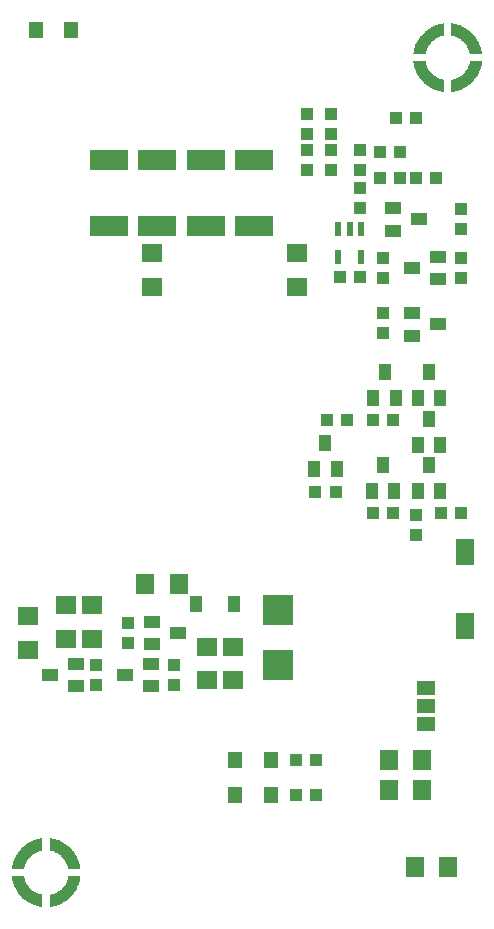
<source format=gbr>
G04 EAGLE Gerber RS-274X export*
G75*
%MOMM*%
%FSLAX34Y34*%
%LPD*%
%INSolderpaste Bottom*%
%IPPOS*%
%AMOC8*
5,1,8,0,0,1.08239X$1,22.5*%
G01*
%ADD10R,1.600000X1.800000*%
%ADD11R,1.100000X1.000000*%
%ADD12R,0.568000X1.258800*%
%ADD13R,1.400000X1.000000*%
%ADD14R,3.200000X1.800000*%
%ADD15R,1.803000X1.600000*%
%ADD16R,1.600000X1.803000*%
%ADD17R,1.000000X1.400000*%
%ADD18R,1.000000X1.100000*%
%ADD19R,1.200000X1.400000*%
%ADD20R,1.600000X2.300000*%
%ADD21R,2.540000X2.540000*%
%ADD22R,1.114600X1.361200*%
%ADD23R,1.600200X1.168400*%

G36*
X383508Y700951D02*
X383508Y700951D01*
X384207Y701051D01*
X384208Y701052D01*
X384208Y701051D01*
X385108Y701201D01*
X385109Y701202D01*
X385909Y701352D01*
X385910Y701352D01*
X386660Y701502D01*
X386661Y701503D01*
X386662Y701502D01*
X387662Y701752D01*
X387663Y701753D01*
X387664Y701753D01*
X388514Y702003D01*
X388515Y702004D01*
X388516Y702003D01*
X389416Y702303D01*
X389416Y702304D01*
X389417Y702304D01*
X390117Y702554D01*
X390917Y702854D01*
X390918Y702855D01*
X390919Y702854D01*
X391769Y703204D01*
X391770Y703206D01*
X391771Y703205D01*
X392521Y703555D01*
X392521Y703556D01*
X392522Y703556D01*
X393722Y704156D01*
X393723Y704158D01*
X393724Y704157D01*
X395124Y704957D01*
X395125Y704959D01*
X395127Y704959D01*
X395827Y705409D01*
X396226Y705658D01*
X396227Y705660D01*
X396228Y705660D01*
X396878Y706110D01*
X397378Y706460D01*
X397379Y706462D01*
X397380Y706461D01*
X397830Y706811D01*
X398480Y707311D01*
X398481Y707313D01*
X398482Y707312D01*
X399132Y707862D01*
X399132Y707863D01*
X399532Y708213D01*
X399533Y708214D01*
X400183Y708814D01*
X400184Y708815D01*
X400185Y708815D01*
X401285Y709915D01*
X401285Y709917D01*
X401287Y709917D01*
X402087Y710817D01*
X402087Y710818D01*
X402088Y710818D01*
X402638Y711468D01*
X402638Y711469D01*
X403038Y711969D01*
X403039Y711970D01*
X403489Y712570D01*
X403489Y712571D01*
X403490Y712571D01*
X403990Y713271D01*
X403990Y713272D01*
X403991Y713272D01*
X404441Y713922D01*
X404440Y713924D01*
X404442Y713924D01*
X404942Y714724D01*
X405292Y715274D01*
X405291Y715277D01*
X405294Y715277D01*
X405743Y716126D01*
X406143Y716826D01*
X406142Y716829D01*
X406145Y716829D01*
X406545Y717679D01*
X406544Y717680D01*
X406545Y717681D01*
X407295Y719431D01*
X407295Y719433D01*
X407297Y719434D01*
X407647Y720434D01*
X407646Y720434D01*
X407647Y720434D01*
X407897Y721184D01*
X407897Y721185D01*
X408147Y721985D01*
X408146Y721987D01*
X408148Y721988D01*
X408448Y723188D01*
X408448Y723189D01*
X408648Y724039D01*
X408647Y724040D01*
X408648Y724041D01*
X408798Y724841D01*
X408799Y724841D01*
X408949Y725691D01*
X408948Y725693D01*
X408949Y725694D01*
X409049Y726494D01*
X409047Y726497D01*
X409047Y726498D01*
X409049Y726500D01*
X409049Y726750D01*
X409013Y726797D01*
X409006Y726792D01*
X409000Y726799D01*
X398700Y726799D01*
X398653Y726763D01*
X398658Y726756D01*
X398651Y726750D01*
X398651Y726653D01*
X398602Y726309D01*
X398452Y725661D01*
X398153Y724514D01*
X397904Y723767D01*
X397554Y722868D01*
X397355Y722370D01*
X396906Y721423D01*
X396507Y720674D01*
X395809Y719527D01*
X395360Y718879D01*
X395012Y718431D01*
X394412Y717682D01*
X393914Y717133D01*
X393913Y717133D01*
X393515Y716685D01*
X393118Y716337D01*
X393117Y716336D01*
X393116Y716336D01*
X392318Y715587D01*
X391769Y715139D01*
X391320Y714789D01*
X390772Y714391D01*
X390224Y714042D01*
X389575Y713642D01*
X388877Y713244D01*
X388079Y712845D01*
X387280Y712495D01*
X386433Y712146D01*
X385686Y711897D01*
X384937Y711698D01*
X384139Y711498D01*
X383395Y711349D01*
X383250Y711349D01*
X383203Y711313D01*
X383206Y711309D01*
X383203Y711306D01*
X383205Y711303D01*
X383201Y711300D01*
X383201Y700950D01*
X383237Y700903D01*
X383249Y700912D01*
X383260Y700902D01*
X383508Y700951D01*
G37*
G36*
X376797Y700987D02*
X376797Y700987D01*
X376792Y700994D01*
X376799Y701000D01*
X376799Y711300D01*
X376763Y711347D01*
X376756Y711342D01*
X376750Y711349D01*
X376653Y711349D01*
X376309Y711398D01*
X375662Y711548D01*
X374514Y711847D01*
X373767Y712096D01*
X372868Y712446D01*
X372370Y712645D01*
X371423Y713094D01*
X370674Y713493D01*
X369527Y714191D01*
X368879Y714640D01*
X368431Y714988D01*
X367682Y715588D01*
X367133Y716086D01*
X367133Y716087D01*
X366685Y716485D01*
X366337Y716882D01*
X366336Y716883D01*
X366336Y716884D01*
X365587Y717683D01*
X365139Y718231D01*
X364789Y718680D01*
X364391Y719228D01*
X364042Y719776D01*
X363642Y720425D01*
X363244Y721123D01*
X362845Y721921D01*
X362495Y722720D01*
X362146Y723567D01*
X361897Y724314D01*
X361698Y725062D01*
X361498Y725861D01*
X361349Y726605D01*
X361349Y726750D01*
X361313Y726797D01*
X361306Y726792D01*
X361300Y726799D01*
X350950Y726799D01*
X350903Y726763D01*
X350912Y726751D01*
X350902Y726740D01*
X350951Y726492D01*
X351051Y725793D01*
X351052Y725792D01*
X351051Y725792D01*
X351201Y724892D01*
X351202Y724891D01*
X351352Y724091D01*
X351352Y724090D01*
X351502Y723340D01*
X351503Y723339D01*
X351502Y723338D01*
X351752Y722338D01*
X351753Y722337D01*
X351753Y722336D01*
X352003Y721486D01*
X352004Y721485D01*
X352003Y721484D01*
X352303Y720584D01*
X352304Y720584D01*
X352304Y720583D01*
X352554Y719883D01*
X352854Y719083D01*
X352855Y719082D01*
X352854Y719081D01*
X353204Y718231D01*
X353206Y718230D01*
X353205Y718229D01*
X353555Y717479D01*
X353556Y717479D01*
X353556Y717478D01*
X354156Y716278D01*
X354158Y716277D01*
X354157Y716276D01*
X354957Y714876D01*
X354959Y714875D01*
X354959Y714873D01*
X355409Y714173D01*
X355658Y713774D01*
X355660Y713773D01*
X355660Y713772D01*
X356110Y713122D01*
X356460Y712622D01*
X356462Y712621D01*
X356461Y712620D01*
X356811Y712170D01*
X357311Y711520D01*
X357313Y711520D01*
X357312Y711518D01*
X357862Y710868D01*
X357863Y710868D01*
X358213Y710468D01*
X358214Y710467D01*
X358814Y709817D01*
X358815Y709816D01*
X358815Y709815D01*
X359915Y708715D01*
X359917Y708715D01*
X359917Y708713D01*
X360817Y707913D01*
X360818Y707913D01*
X360818Y707912D01*
X361468Y707362D01*
X361469Y707362D01*
X361969Y706962D01*
X361970Y706962D01*
X361970Y706961D01*
X362570Y706511D01*
X362571Y706511D01*
X362571Y706510D01*
X363271Y706010D01*
X363272Y706010D01*
X363922Y705560D01*
X363924Y705560D01*
X363924Y705558D01*
X364724Y705058D01*
X365274Y704708D01*
X365277Y704709D01*
X365277Y704706D01*
X366126Y704257D01*
X366826Y703857D01*
X366829Y703858D01*
X366829Y703855D01*
X367679Y703455D01*
X367680Y703456D01*
X367681Y703455D01*
X369431Y702705D01*
X369433Y702705D01*
X369434Y702704D01*
X370434Y702354D01*
X370434Y702353D01*
X371184Y702103D01*
X371185Y702104D01*
X371185Y702103D01*
X371985Y701853D01*
X371987Y701854D01*
X371988Y701852D01*
X373188Y701552D01*
X373189Y701552D01*
X374039Y701352D01*
X374040Y701353D01*
X374041Y701352D01*
X374841Y701202D01*
X375691Y701052D01*
X375693Y701052D01*
X375694Y701051D01*
X376494Y700951D01*
X376498Y700953D01*
X376500Y700951D01*
X376750Y700951D01*
X376797Y700987D01*
G37*
G36*
X21347Y43237D02*
X21347Y43237D01*
X21342Y43244D01*
X21349Y43250D01*
X21349Y43347D01*
X21398Y43691D01*
X21548Y44338D01*
X21847Y45486D01*
X22096Y46233D01*
X22446Y47132D01*
X22645Y47630D01*
X23094Y48577D01*
X23493Y49326D01*
X24191Y50473D01*
X24640Y51121D01*
X24988Y51569D01*
X25588Y52318D01*
X26086Y52867D01*
X26087Y52867D01*
X26485Y53315D01*
X26882Y53663D01*
X26883Y53664D01*
X26884Y53664D01*
X27683Y54413D01*
X28231Y54861D01*
X28680Y55211D01*
X29228Y55609D01*
X29776Y55958D01*
X30425Y56358D01*
X31123Y56756D01*
X31921Y57155D01*
X32720Y57505D01*
X33567Y57854D01*
X34314Y58103D01*
X35063Y58302D01*
X35861Y58502D01*
X36605Y58651D01*
X36750Y58651D01*
X36797Y58687D01*
X36792Y58694D01*
X36799Y58700D01*
X36799Y69050D01*
X36763Y69097D01*
X36751Y69088D01*
X36740Y69098D01*
X36492Y69049D01*
X35793Y68949D01*
X35792Y68948D01*
X35792Y68949D01*
X34892Y68799D01*
X34891Y68798D01*
X34091Y68648D01*
X34090Y68648D01*
X33340Y68498D01*
X33339Y68497D01*
X33338Y68498D01*
X32338Y68248D01*
X32337Y68247D01*
X32336Y68247D01*
X31486Y67997D01*
X31485Y67996D01*
X31484Y67997D01*
X30584Y67697D01*
X30584Y67696D01*
X30583Y67696D01*
X29883Y67446D01*
X29083Y67146D01*
X29082Y67145D01*
X29081Y67146D01*
X28231Y66796D01*
X28230Y66794D01*
X28229Y66795D01*
X27479Y66445D01*
X27479Y66444D01*
X27478Y66444D01*
X26278Y65844D01*
X26277Y65842D01*
X26276Y65843D01*
X24876Y65043D01*
X24875Y65041D01*
X24873Y65041D01*
X24173Y64591D01*
X23774Y64342D01*
X23773Y64340D01*
X23772Y64341D01*
X23122Y63891D01*
X23122Y63890D01*
X22622Y63540D01*
X22621Y63539D01*
X22620Y63539D01*
X22170Y63189D01*
X21520Y62689D01*
X21520Y62687D01*
X21518Y62688D01*
X20868Y62138D01*
X20868Y62137D01*
X20468Y61787D01*
X20467Y61786D01*
X19817Y61186D01*
X19816Y61185D01*
X19815Y61185D01*
X18715Y60085D01*
X18715Y60083D01*
X18713Y60083D01*
X17913Y59183D01*
X17913Y59182D01*
X17912Y59182D01*
X17362Y58532D01*
X17362Y58531D01*
X16962Y58031D01*
X16962Y58030D01*
X16961Y58030D01*
X16511Y57430D01*
X16511Y57429D01*
X16510Y57429D01*
X16010Y56729D01*
X16010Y56728D01*
X15560Y56078D01*
X15560Y56076D01*
X15558Y56076D01*
X15058Y55276D01*
X14708Y54726D01*
X14709Y54723D01*
X14706Y54723D01*
X14257Y53874D01*
X13857Y53174D01*
X13858Y53171D01*
X13855Y53171D01*
X13455Y52321D01*
X13456Y52320D01*
X13455Y52319D01*
X12705Y50569D01*
X12705Y50567D01*
X12704Y50566D01*
X12354Y49566D01*
X12353Y49566D01*
X12103Y48816D01*
X12104Y48815D01*
X12103Y48815D01*
X11853Y48015D01*
X11854Y48013D01*
X11852Y48012D01*
X11552Y46812D01*
X11552Y46811D01*
X11352Y45961D01*
X11353Y45960D01*
X11352Y45959D01*
X11202Y45159D01*
X11052Y44309D01*
X11052Y44307D01*
X11051Y44306D01*
X10951Y43506D01*
X10953Y43502D01*
X10951Y43500D01*
X10951Y43250D01*
X10987Y43203D01*
X10994Y43208D01*
X11000Y43201D01*
X21300Y43201D01*
X21347Y43237D01*
G37*
G36*
X361347Y733237D02*
X361347Y733237D01*
X361342Y733244D01*
X361349Y733250D01*
X361349Y733347D01*
X361398Y733691D01*
X361548Y734338D01*
X361847Y735486D01*
X362096Y736233D01*
X362446Y737132D01*
X362645Y737630D01*
X363094Y738577D01*
X363493Y739326D01*
X364191Y740473D01*
X364640Y741121D01*
X364988Y741569D01*
X365588Y742318D01*
X366086Y742867D01*
X366087Y742867D01*
X366485Y743315D01*
X366882Y743663D01*
X366883Y743664D01*
X366884Y743664D01*
X367683Y744413D01*
X368231Y744861D01*
X368680Y745211D01*
X369228Y745609D01*
X369776Y745958D01*
X370425Y746358D01*
X371123Y746756D01*
X371921Y747155D01*
X372720Y747505D01*
X373567Y747854D01*
X374314Y748103D01*
X375063Y748302D01*
X375861Y748502D01*
X376605Y748651D01*
X376750Y748651D01*
X376797Y748687D01*
X376792Y748694D01*
X376799Y748700D01*
X376799Y759050D01*
X376763Y759097D01*
X376751Y759088D01*
X376740Y759098D01*
X376492Y759049D01*
X375793Y758949D01*
X375792Y758948D01*
X375792Y758949D01*
X374892Y758799D01*
X374891Y758798D01*
X374091Y758648D01*
X374090Y758648D01*
X373340Y758498D01*
X373339Y758497D01*
X373338Y758498D01*
X372338Y758248D01*
X372337Y758247D01*
X372336Y758247D01*
X371486Y757997D01*
X371485Y757996D01*
X371484Y757997D01*
X370584Y757697D01*
X370584Y757696D01*
X370583Y757696D01*
X369883Y757446D01*
X369083Y757146D01*
X369082Y757145D01*
X369081Y757146D01*
X368231Y756796D01*
X368230Y756794D01*
X368229Y756795D01*
X367479Y756445D01*
X367479Y756444D01*
X367478Y756444D01*
X366278Y755844D01*
X366277Y755842D01*
X366276Y755843D01*
X364876Y755043D01*
X364875Y755041D01*
X364873Y755041D01*
X364173Y754591D01*
X363774Y754342D01*
X363773Y754340D01*
X363772Y754341D01*
X363122Y753891D01*
X363122Y753890D01*
X362622Y753540D01*
X362621Y753539D01*
X362620Y753539D01*
X362170Y753189D01*
X361520Y752689D01*
X361520Y752687D01*
X361518Y752688D01*
X360868Y752138D01*
X360868Y752137D01*
X360468Y751787D01*
X360467Y751786D01*
X359817Y751186D01*
X359816Y751185D01*
X359815Y751185D01*
X358715Y750085D01*
X358715Y750083D01*
X358713Y750083D01*
X357913Y749183D01*
X357913Y749182D01*
X357912Y749182D01*
X357362Y748532D01*
X357362Y748531D01*
X356962Y748031D01*
X356962Y748030D01*
X356961Y748030D01*
X356511Y747430D01*
X356511Y747429D01*
X356510Y747429D01*
X356010Y746729D01*
X356010Y746728D01*
X355560Y746078D01*
X355560Y746076D01*
X355558Y746076D01*
X355058Y745276D01*
X354708Y744726D01*
X354709Y744723D01*
X354706Y744723D01*
X354257Y743874D01*
X353857Y743174D01*
X353858Y743171D01*
X353855Y743171D01*
X353455Y742321D01*
X353456Y742320D01*
X353455Y742319D01*
X352705Y740569D01*
X352705Y740567D01*
X352704Y740566D01*
X352354Y739566D01*
X352353Y739566D01*
X352103Y738816D01*
X352104Y738815D01*
X352103Y738815D01*
X351853Y738015D01*
X351854Y738013D01*
X351852Y738012D01*
X351552Y736812D01*
X351552Y736811D01*
X351352Y735961D01*
X351353Y735960D01*
X351352Y735959D01*
X351202Y735159D01*
X351052Y734309D01*
X351052Y734307D01*
X351051Y734306D01*
X350951Y733506D01*
X350953Y733502D01*
X350951Y733500D01*
X350951Y733250D01*
X350987Y733203D01*
X350994Y733208D01*
X351000Y733201D01*
X361300Y733201D01*
X361347Y733237D01*
G37*
G36*
X36797Y10987D02*
X36797Y10987D01*
X36792Y10994D01*
X36799Y11000D01*
X36799Y21300D01*
X36763Y21347D01*
X36756Y21342D01*
X36750Y21349D01*
X36653Y21349D01*
X36309Y21398D01*
X35662Y21548D01*
X34514Y21847D01*
X33767Y22096D01*
X32868Y22446D01*
X32370Y22645D01*
X31423Y23094D01*
X30674Y23493D01*
X29527Y24191D01*
X28879Y24640D01*
X28431Y24988D01*
X27682Y25588D01*
X27133Y26086D01*
X27133Y26087D01*
X26685Y26485D01*
X26337Y26882D01*
X26336Y26883D01*
X26336Y26884D01*
X25587Y27683D01*
X25139Y28231D01*
X24789Y28680D01*
X24391Y29228D01*
X24042Y29776D01*
X23642Y30425D01*
X23244Y31123D01*
X22845Y31921D01*
X22495Y32720D01*
X22146Y33567D01*
X21897Y34314D01*
X21698Y35062D01*
X21498Y35861D01*
X21349Y36605D01*
X21349Y36750D01*
X21313Y36797D01*
X21306Y36792D01*
X21300Y36799D01*
X10950Y36799D01*
X10903Y36763D01*
X10912Y36751D01*
X10902Y36740D01*
X10951Y36492D01*
X11051Y35793D01*
X11052Y35792D01*
X11051Y35792D01*
X11201Y34892D01*
X11202Y34891D01*
X11352Y34091D01*
X11352Y34090D01*
X11502Y33340D01*
X11503Y33339D01*
X11502Y33338D01*
X11752Y32338D01*
X11753Y32337D01*
X11753Y32336D01*
X12003Y31486D01*
X12004Y31485D01*
X12003Y31484D01*
X12303Y30584D01*
X12304Y30584D01*
X12304Y30583D01*
X12554Y29883D01*
X12854Y29083D01*
X12855Y29082D01*
X12854Y29081D01*
X13204Y28231D01*
X13206Y28230D01*
X13205Y28229D01*
X13555Y27479D01*
X13556Y27479D01*
X13556Y27478D01*
X14156Y26278D01*
X14158Y26277D01*
X14157Y26276D01*
X14957Y24876D01*
X14959Y24875D01*
X14959Y24873D01*
X15409Y24173D01*
X15658Y23774D01*
X15660Y23773D01*
X15660Y23772D01*
X16110Y23122D01*
X16460Y22622D01*
X16462Y22621D01*
X16461Y22620D01*
X16811Y22170D01*
X17311Y21520D01*
X17313Y21520D01*
X17312Y21518D01*
X17862Y20868D01*
X17863Y20868D01*
X18213Y20468D01*
X18214Y20467D01*
X18814Y19817D01*
X18815Y19816D01*
X18815Y19815D01*
X19915Y18715D01*
X19917Y18715D01*
X19917Y18713D01*
X20817Y17913D01*
X20818Y17913D01*
X20818Y17912D01*
X21468Y17362D01*
X21469Y17362D01*
X21969Y16962D01*
X21970Y16962D01*
X21970Y16961D01*
X22570Y16511D01*
X22571Y16511D01*
X22571Y16510D01*
X23271Y16010D01*
X23272Y16010D01*
X23922Y15560D01*
X23924Y15560D01*
X23924Y15558D01*
X24724Y15058D01*
X25274Y14708D01*
X25277Y14709D01*
X25277Y14706D01*
X26126Y14257D01*
X26826Y13857D01*
X26829Y13858D01*
X26829Y13855D01*
X27679Y13455D01*
X27680Y13456D01*
X27681Y13455D01*
X29431Y12705D01*
X29433Y12705D01*
X29434Y12704D01*
X30434Y12354D01*
X30434Y12353D01*
X31184Y12103D01*
X31185Y12104D01*
X31185Y12103D01*
X31985Y11853D01*
X31987Y11854D01*
X31988Y11852D01*
X33188Y11552D01*
X33189Y11552D01*
X34039Y11352D01*
X34040Y11353D01*
X34041Y11352D01*
X34841Y11202D01*
X35691Y11052D01*
X35693Y11052D01*
X35694Y11051D01*
X36494Y10951D01*
X36498Y10953D01*
X36500Y10951D01*
X36750Y10951D01*
X36797Y10987D01*
G37*
G36*
X43508Y10951D02*
X43508Y10951D01*
X44207Y11051D01*
X44208Y11052D01*
X44208Y11051D01*
X45108Y11201D01*
X45109Y11202D01*
X45909Y11352D01*
X45910Y11352D01*
X46660Y11502D01*
X46661Y11503D01*
X46662Y11502D01*
X47662Y11752D01*
X47663Y11753D01*
X47664Y11753D01*
X48514Y12003D01*
X48515Y12004D01*
X48516Y12003D01*
X49416Y12303D01*
X49416Y12304D01*
X49417Y12304D01*
X50117Y12554D01*
X50917Y12854D01*
X50918Y12855D01*
X50919Y12854D01*
X51769Y13204D01*
X51770Y13206D01*
X51771Y13205D01*
X52521Y13555D01*
X52521Y13556D01*
X52522Y13556D01*
X53722Y14156D01*
X53723Y14158D01*
X53724Y14157D01*
X55124Y14957D01*
X55125Y14959D01*
X55127Y14959D01*
X55827Y15409D01*
X56226Y15658D01*
X56227Y15660D01*
X56228Y15660D01*
X56878Y16110D01*
X57378Y16460D01*
X57379Y16462D01*
X57380Y16461D01*
X57830Y16811D01*
X58480Y17311D01*
X58481Y17313D01*
X58482Y17312D01*
X59132Y17862D01*
X59132Y17863D01*
X59532Y18213D01*
X59533Y18214D01*
X60183Y18814D01*
X60184Y18815D01*
X60185Y18815D01*
X61285Y19915D01*
X61285Y19917D01*
X61287Y19917D01*
X62087Y20817D01*
X62087Y20818D01*
X62088Y20818D01*
X62638Y21468D01*
X62638Y21469D01*
X63038Y21969D01*
X63039Y21970D01*
X63489Y22570D01*
X63489Y22571D01*
X63490Y22571D01*
X63990Y23271D01*
X63990Y23272D01*
X63991Y23272D01*
X64441Y23922D01*
X64440Y23924D01*
X64442Y23924D01*
X64942Y24724D01*
X65292Y25274D01*
X65291Y25277D01*
X65294Y25277D01*
X65743Y26126D01*
X66143Y26826D01*
X66142Y26829D01*
X66145Y26829D01*
X66545Y27679D01*
X66544Y27680D01*
X66545Y27681D01*
X67295Y29431D01*
X67295Y29433D01*
X67297Y29434D01*
X67647Y30434D01*
X67646Y30434D01*
X67647Y30434D01*
X67897Y31184D01*
X67897Y31185D01*
X68147Y31985D01*
X68146Y31987D01*
X68148Y31988D01*
X68448Y33188D01*
X68448Y33189D01*
X68648Y34039D01*
X68647Y34040D01*
X68648Y34041D01*
X68798Y34841D01*
X68799Y34841D01*
X68949Y35691D01*
X68948Y35693D01*
X68949Y35694D01*
X69049Y36494D01*
X69047Y36497D01*
X69047Y36498D01*
X69049Y36500D01*
X69049Y36750D01*
X69013Y36797D01*
X69006Y36792D01*
X69000Y36799D01*
X58700Y36799D01*
X58653Y36763D01*
X58658Y36756D01*
X58651Y36750D01*
X58651Y36653D01*
X58602Y36309D01*
X58452Y35661D01*
X58153Y34514D01*
X57904Y33767D01*
X57554Y32868D01*
X57355Y32370D01*
X56906Y31423D01*
X56507Y30674D01*
X55809Y29527D01*
X55360Y28879D01*
X55012Y28431D01*
X54412Y27682D01*
X53914Y27133D01*
X53913Y27133D01*
X53515Y26685D01*
X53118Y26337D01*
X53117Y26336D01*
X53116Y26336D01*
X52318Y25587D01*
X51769Y25139D01*
X51320Y24789D01*
X50772Y24391D01*
X50224Y24042D01*
X49575Y23642D01*
X48877Y23244D01*
X48079Y22845D01*
X47280Y22495D01*
X46433Y22146D01*
X45686Y21897D01*
X44937Y21698D01*
X44139Y21498D01*
X43395Y21349D01*
X43250Y21349D01*
X43203Y21313D01*
X43206Y21309D01*
X43203Y21306D01*
X43205Y21303D01*
X43201Y21300D01*
X43201Y10950D01*
X43237Y10903D01*
X43249Y10912D01*
X43260Y10902D01*
X43508Y10951D01*
G37*
G36*
X409097Y733237D02*
X409097Y733237D01*
X409088Y733249D01*
X409098Y733260D01*
X409049Y733508D01*
X408949Y734207D01*
X408948Y734208D01*
X408949Y734208D01*
X408799Y735108D01*
X408798Y735109D01*
X408648Y735909D01*
X408648Y735910D01*
X408498Y736660D01*
X408497Y736661D01*
X408498Y736662D01*
X408248Y737662D01*
X408247Y737663D01*
X408247Y737664D01*
X407997Y738514D01*
X407996Y738515D01*
X407997Y738516D01*
X407697Y739416D01*
X407696Y739416D01*
X407696Y739417D01*
X407446Y740117D01*
X407146Y740917D01*
X407145Y740918D01*
X407146Y740919D01*
X406796Y741769D01*
X406794Y741770D01*
X406795Y741771D01*
X406445Y742521D01*
X406444Y742521D01*
X406444Y742522D01*
X405844Y743722D01*
X405842Y743723D01*
X405843Y743724D01*
X405043Y745124D01*
X405041Y745125D01*
X405041Y745127D01*
X404591Y745827D01*
X404342Y746226D01*
X404340Y746227D01*
X404341Y746228D01*
X403891Y746878D01*
X403890Y746878D01*
X403540Y747378D01*
X403539Y747379D01*
X403539Y747380D01*
X403189Y747830D01*
X402689Y748480D01*
X402687Y748481D01*
X402688Y748482D01*
X402138Y749132D01*
X402137Y749132D01*
X401787Y749532D01*
X401786Y749533D01*
X401186Y750183D01*
X401185Y750184D01*
X401185Y750185D01*
X400085Y751285D01*
X400083Y751285D01*
X400083Y751287D01*
X399183Y752087D01*
X399182Y752087D01*
X399182Y752088D01*
X398532Y752638D01*
X398531Y752638D01*
X398031Y753038D01*
X398030Y753039D01*
X397430Y753489D01*
X397429Y753489D01*
X397429Y753490D01*
X396729Y753990D01*
X396728Y753990D01*
X396728Y753991D01*
X396078Y754441D01*
X396076Y754440D01*
X396076Y754442D01*
X395276Y754942D01*
X394726Y755292D01*
X394723Y755291D01*
X394723Y755294D01*
X393874Y755743D01*
X393174Y756143D01*
X393171Y756142D01*
X393171Y756145D01*
X392321Y756545D01*
X392320Y756544D01*
X392319Y756545D01*
X390569Y757295D01*
X390567Y757295D01*
X390566Y757297D01*
X389566Y757647D01*
X389566Y757646D01*
X389566Y757647D01*
X388816Y757897D01*
X388815Y757897D01*
X388015Y758147D01*
X388013Y758146D01*
X388012Y758148D01*
X386812Y758448D01*
X386811Y758448D01*
X385961Y758648D01*
X385960Y758647D01*
X385959Y758648D01*
X385159Y758798D01*
X385159Y758799D01*
X384309Y758949D01*
X384307Y758948D01*
X384306Y758949D01*
X383506Y759049D01*
X383502Y759047D01*
X383500Y759049D01*
X383250Y759049D01*
X383203Y759013D01*
X383208Y759006D01*
X383201Y759000D01*
X383201Y748700D01*
X383237Y748653D01*
X383244Y748658D01*
X383250Y748651D01*
X383347Y748651D01*
X383691Y748602D01*
X384338Y748452D01*
X385486Y748153D01*
X386233Y747904D01*
X387132Y747554D01*
X387630Y747355D01*
X388577Y746906D01*
X389326Y746507D01*
X390473Y745809D01*
X391121Y745360D01*
X391569Y745012D01*
X392318Y744412D01*
X392867Y743914D01*
X392867Y743913D01*
X393315Y743515D01*
X393663Y743118D01*
X393664Y743117D01*
X393664Y743116D01*
X394413Y742318D01*
X394861Y741769D01*
X395211Y741320D01*
X395609Y740772D01*
X395958Y740224D01*
X396358Y739575D01*
X396756Y738877D01*
X397155Y738079D01*
X397505Y737280D01*
X397854Y736433D01*
X398103Y735686D01*
X398302Y734937D01*
X398502Y734139D01*
X398651Y733395D01*
X398651Y733250D01*
X398687Y733203D01*
X398694Y733208D01*
X398700Y733201D01*
X409050Y733201D01*
X409097Y733237D01*
G37*
G36*
X69097Y43237D02*
X69097Y43237D01*
X69088Y43249D01*
X69098Y43260D01*
X69049Y43508D01*
X68949Y44207D01*
X68948Y44208D01*
X68949Y44208D01*
X68799Y45108D01*
X68798Y45109D01*
X68648Y45909D01*
X68648Y45910D01*
X68498Y46660D01*
X68497Y46661D01*
X68498Y46662D01*
X68248Y47662D01*
X68247Y47663D01*
X68247Y47664D01*
X67997Y48514D01*
X67996Y48515D01*
X67997Y48516D01*
X67697Y49416D01*
X67696Y49416D01*
X67696Y49417D01*
X67446Y50117D01*
X67146Y50917D01*
X67145Y50918D01*
X67146Y50919D01*
X66796Y51769D01*
X66794Y51770D01*
X66795Y51771D01*
X66445Y52521D01*
X66444Y52521D01*
X66444Y52522D01*
X65844Y53722D01*
X65842Y53723D01*
X65843Y53724D01*
X65043Y55124D01*
X65041Y55125D01*
X65041Y55127D01*
X64591Y55827D01*
X64342Y56226D01*
X64340Y56227D01*
X64341Y56228D01*
X63891Y56878D01*
X63890Y56878D01*
X63540Y57378D01*
X63539Y57379D01*
X63539Y57380D01*
X63189Y57830D01*
X62689Y58480D01*
X62687Y58481D01*
X62688Y58482D01*
X62138Y59132D01*
X62137Y59132D01*
X61787Y59532D01*
X61786Y59533D01*
X61186Y60183D01*
X61185Y60184D01*
X61185Y60185D01*
X60085Y61285D01*
X60083Y61285D01*
X60083Y61287D01*
X59183Y62087D01*
X59182Y62087D01*
X59182Y62088D01*
X58532Y62638D01*
X58531Y62638D01*
X58031Y63038D01*
X58030Y63039D01*
X57430Y63489D01*
X57429Y63489D01*
X57429Y63490D01*
X56729Y63990D01*
X56728Y63990D01*
X56728Y63991D01*
X56078Y64441D01*
X56076Y64440D01*
X56076Y64442D01*
X55276Y64942D01*
X54726Y65292D01*
X54723Y65291D01*
X54723Y65294D01*
X53874Y65743D01*
X53174Y66143D01*
X53171Y66142D01*
X53171Y66145D01*
X52321Y66545D01*
X52320Y66544D01*
X52319Y66545D01*
X50569Y67295D01*
X50567Y67295D01*
X50566Y67297D01*
X49566Y67647D01*
X49566Y67646D01*
X49566Y67647D01*
X48816Y67897D01*
X48815Y67897D01*
X48015Y68147D01*
X48013Y68146D01*
X48012Y68148D01*
X46812Y68448D01*
X46811Y68448D01*
X45961Y68648D01*
X45960Y68647D01*
X45959Y68648D01*
X45159Y68798D01*
X45159Y68799D01*
X44309Y68949D01*
X44307Y68948D01*
X44306Y68949D01*
X43506Y69049D01*
X43502Y69047D01*
X43500Y69049D01*
X43250Y69049D01*
X43203Y69013D01*
X43208Y69006D01*
X43201Y69000D01*
X43201Y58700D01*
X43237Y58653D01*
X43244Y58658D01*
X43250Y58651D01*
X43347Y58651D01*
X43691Y58602D01*
X44338Y58452D01*
X45486Y58153D01*
X46233Y57904D01*
X47132Y57554D01*
X47630Y57355D01*
X48577Y56906D01*
X49326Y56507D01*
X50473Y55809D01*
X51121Y55360D01*
X51569Y55012D01*
X52318Y54412D01*
X52867Y53914D01*
X52867Y53913D01*
X53315Y53515D01*
X53663Y53118D01*
X53664Y53117D01*
X53664Y53116D01*
X54413Y52318D01*
X54861Y51769D01*
X55211Y51320D01*
X55609Y50772D01*
X55958Y50224D01*
X56358Y49575D01*
X56756Y48877D01*
X57155Y48079D01*
X57505Y47280D01*
X57854Y46433D01*
X58103Y45686D01*
X58302Y44937D01*
X58502Y44139D01*
X58651Y43395D01*
X58651Y43250D01*
X58687Y43203D01*
X58694Y43208D01*
X58700Y43201D01*
X69050Y43201D01*
X69097Y43237D01*
G37*
D10*
X358000Y110000D03*
X330000Y110000D03*
X358000Y135000D03*
X330000Y135000D03*
X352000Y45000D03*
X380000Y45000D03*
D11*
X322500Y650000D03*
X339500Y650000D03*
X306000Y602500D03*
X306000Y619500D03*
X306000Y634500D03*
X306000Y651500D03*
D12*
X287475Y585192D03*
X297000Y585192D03*
X306525Y585192D03*
X306525Y560808D03*
X287475Y560808D03*
D11*
X325000Y543500D03*
X325000Y560500D03*
X261000Y682500D03*
X261000Y665500D03*
X281000Y665500D03*
X281000Y682500D03*
D13*
X356000Y593000D03*
X334000Y583500D03*
X334000Y602500D03*
D11*
X391000Y584500D03*
X391000Y601500D03*
D13*
X372000Y504000D03*
X350000Y494500D03*
X350000Y513500D03*
X350000Y552000D03*
X372000Y561500D03*
X372000Y542500D03*
D11*
X391000Y560500D03*
X391000Y543500D03*
X325000Y513500D03*
X325000Y496500D03*
D14*
X216000Y643000D03*
X216000Y587000D03*
D11*
X261000Y651500D03*
X261000Y634500D03*
D15*
X252000Y535780D03*
X252000Y564220D03*
D16*
X152220Y284000D03*
X123780Y284000D03*
D15*
X25000Y257220D03*
X25000Y228780D03*
X130000Y535780D03*
X130000Y564220D03*
D13*
X43000Y207000D03*
X65000Y216500D03*
X65000Y197500D03*
D11*
X82000Y215500D03*
X82000Y198500D03*
D13*
X152000Y243000D03*
X130000Y233500D03*
X130000Y252500D03*
D17*
X364000Y424000D03*
X373500Y402000D03*
X354500Y402000D03*
D13*
X107000Y207000D03*
X129000Y216500D03*
X129000Y197500D03*
D11*
X148000Y215500D03*
X148000Y198500D03*
D18*
X316500Y344000D03*
X333500Y344000D03*
D11*
X109000Y234500D03*
X109000Y251500D03*
D15*
X176000Y231220D03*
X176000Y202780D03*
D17*
X325000Y385000D03*
X334500Y363000D03*
X315500Y363000D03*
D18*
X374500Y344000D03*
X391500Y344000D03*
D19*
X230000Y106000D03*
X200000Y106000D03*
X61000Y753000D03*
X31000Y753000D03*
X230000Y135000D03*
X200000Y135000D03*
D18*
X268500Y106000D03*
X251500Y106000D03*
X353500Y628000D03*
X370500Y628000D03*
X268500Y135000D03*
X251500Y135000D03*
D11*
X305500Y544000D03*
X288500Y544000D03*
D17*
X326500Y464000D03*
X336000Y442000D03*
X317000Y442000D03*
D18*
X334000Y423000D03*
X317000Y423000D03*
X268000Y362000D03*
X285000Y362000D03*
D17*
X276500Y404000D03*
X286000Y382000D03*
X267000Y382000D03*
D18*
X277500Y423000D03*
X294500Y423000D03*
D17*
X364000Y464000D03*
X373500Y442000D03*
X354500Y442000D03*
X364000Y385000D03*
X373500Y363000D03*
X354500Y363000D03*
D15*
X57000Y237780D03*
X57000Y266220D03*
D11*
X322500Y628000D03*
X339500Y628000D03*
X353000Y342500D03*
X353000Y325500D03*
D20*
X395000Y248500D03*
X395000Y311500D03*
D18*
X281000Y651500D03*
X281000Y634500D03*
D21*
X236000Y262495D03*
X236000Y215505D03*
D22*
X199004Y267000D03*
X166996Y267000D03*
D14*
X175000Y643000D03*
X175000Y587000D03*
D23*
X362000Y165760D03*
X362000Y181000D03*
X362000Y196240D03*
D14*
X134000Y643000D03*
X134000Y587000D03*
X93000Y643000D03*
X93000Y587000D03*
D15*
X198000Y231220D03*
X198000Y202780D03*
X79000Y237780D03*
X79000Y266220D03*
D18*
X353500Y679000D03*
X336500Y679000D03*
M02*

</source>
